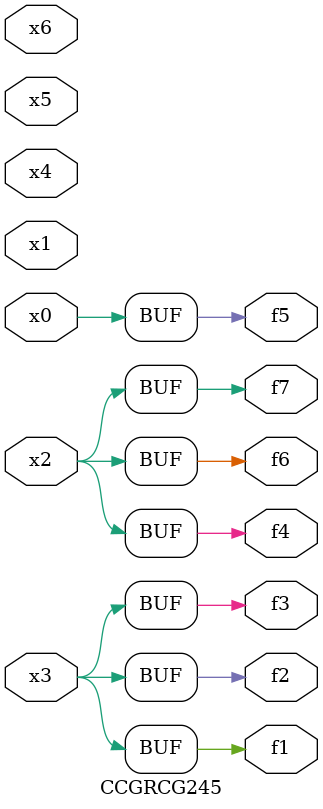
<source format=v>
module CCGRCG245(
	input x0, x1, x2, x3, x4, x5, x6,
	output f1, f2, f3, f4, f5, f6, f7
);
	assign f1 = x3;
	assign f2 = x3;
	assign f3 = x3;
	assign f4 = x2;
	assign f5 = x0;
	assign f6 = x2;
	assign f7 = x2;
endmodule

</source>
